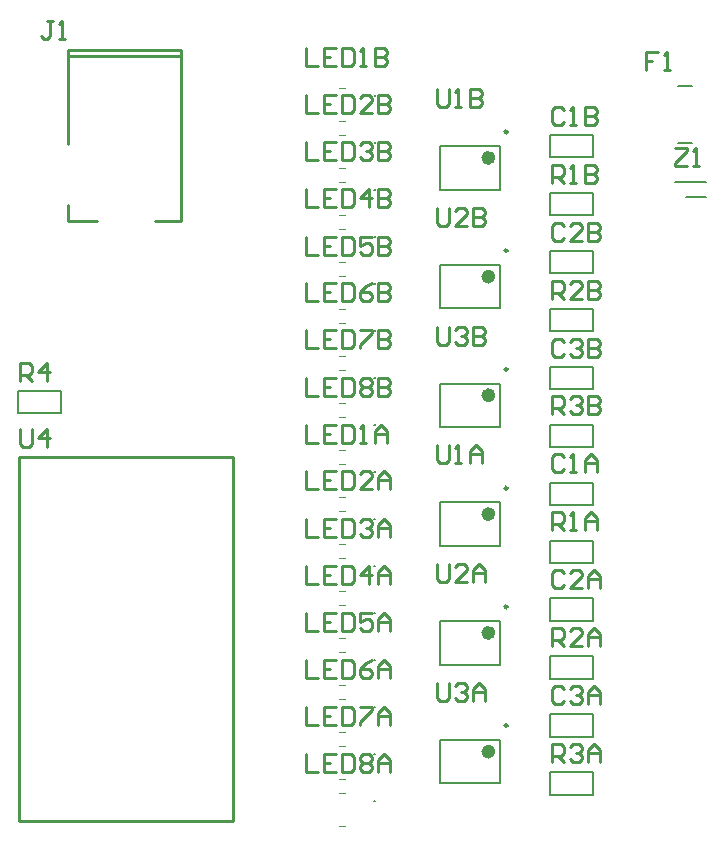
<source format=gto>
G04*
G04 #@! TF.GenerationSoftware,Altium Limited,Altium Designer,24.2.2 (26)*
G04*
G04 Layer_Color=65535*
%FSLAX25Y25*%
%MOIN*%
G70*
G04*
G04 #@! TF.SameCoordinates,5F3C5C40-F4FD-4A7E-B3CF-B0B929BE72FD*
G04*
G04*
G04 #@! TF.FilePolarity,Positive*
G04*
G01*
G75*
%ADD10C,0.02362*%
%ADD11C,0.00984*%
%ADD12C,0.00787*%
%ADD13C,0.01000*%
%ADD14C,0.00394*%
D10*
X232422Y38539D02*
G03*
X232422Y38539I-1181J0D01*
G01*
Y196865D02*
G03*
X232422Y196865I-1181J0D01*
G01*
Y236446D02*
G03*
X232422Y236446I-1181J0D01*
G01*
Y157283D02*
G03*
X232422Y157283I-1181J0D01*
G01*
Y78120D02*
G03*
X232422Y78120I-1181J0D01*
G01*
Y117702D02*
G03*
X232422Y117702I-1181J0D01*
G01*
D11*
X237639Y47200D02*
G03*
X237639Y47200I-492J0D01*
G01*
Y205526D02*
G03*
X237639Y205526I-492J0D01*
G01*
Y245108D02*
G03*
X237639Y245108I-492J0D01*
G01*
Y165945D02*
G03*
X237639Y165945I-492J0D01*
G01*
Y86782D02*
G03*
X237639Y86782I-492J0D01*
G01*
Y126363D02*
G03*
X237639Y126363I-492J0D01*
G01*
D12*
X193128Y162998D02*
G03*
X193521Y162998I197J0D01*
G01*
D02*
G03*
X193128Y162998I-197J0D01*
G01*
D02*
G03*
X193521Y162998I197J0D01*
G01*
X193128Y210027D02*
G03*
X193521Y210027I197J0D01*
G01*
D02*
G03*
X193128Y210027I-197J0D01*
G01*
D02*
G03*
X193521Y210027I197J0D01*
G01*
X193128Y84617D02*
G03*
X193521Y84617I197J0D01*
G01*
D02*
G03*
X193128Y84617I-197J0D01*
G01*
D02*
G03*
X193521Y84617I197J0D01*
G01*
X193128Y100293D02*
G03*
X193521Y100293I197J0D01*
G01*
D02*
G03*
X193128Y100293I-197J0D01*
G01*
D02*
G03*
X193521Y100293I197J0D01*
G01*
X193128Y115969D02*
G03*
X193521Y115969I197J0D01*
G01*
D02*
G03*
X193128Y115969I-197J0D01*
G01*
D02*
G03*
X193521Y115969I197J0D01*
G01*
X193128Y131646D02*
G03*
X193521Y131646I197J0D01*
G01*
D02*
G03*
X193128Y131646I-197J0D01*
G01*
D02*
G03*
X193521Y131646I197J0D01*
G01*
X193128Y194351D02*
G03*
X193521Y194351I197J0D01*
G01*
D02*
G03*
X193128Y194351I-197J0D01*
G01*
D02*
G03*
X193521Y194351I197J0D01*
G01*
X193128Y257056D02*
G03*
X193521Y257056I197J0D01*
G01*
D02*
G03*
X193128Y257056I-197J0D01*
G01*
D02*
G03*
X193521Y257056I197J0D01*
G01*
X193128Y225703D02*
G03*
X193521Y225703I197J0D01*
G01*
D02*
G03*
X193128Y225703I-197J0D01*
G01*
D02*
G03*
X193521Y225703I197J0D01*
G01*
X193128Y147322D02*
G03*
X193521Y147322I197J0D01*
G01*
D02*
G03*
X193128Y147322I-197J0D01*
G01*
D02*
G03*
X193521Y147322I197J0D01*
G01*
X193128Y178674D02*
G03*
X193521Y178674I197J0D01*
G01*
D02*
G03*
X193128Y178674I-197J0D01*
G01*
D02*
G03*
X193521Y178674I197J0D01*
G01*
X193128Y241379D02*
G03*
X193521Y241379I197J0D01*
G01*
D02*
G03*
X193128Y241379I-197J0D01*
G01*
D02*
G03*
X193521Y241379I197J0D01*
G01*
X193128Y21912D02*
G03*
X193521Y21912I197J0D01*
G01*
D02*
G03*
X193128Y21912I-197J0D01*
G01*
D02*
G03*
X193521Y21912I197J0D01*
G01*
X193128Y37588D02*
G03*
X193521Y37588I197J0D01*
G01*
D02*
G03*
X193128Y37588I-197J0D01*
G01*
D02*
G03*
X193521Y37588I197J0D01*
G01*
X193128Y53264D02*
G03*
X193521Y53264I197J0D01*
G01*
D02*
G03*
X193128Y53264I-197J0D01*
G01*
D02*
G03*
X193521Y53264I197J0D01*
G01*
X193128Y68941D02*
G03*
X193521Y68941I197J0D01*
G01*
D02*
G03*
X193128Y68941I-197J0D01*
G01*
D02*
G03*
X193521Y68941I197J0D01*
G01*
X215099Y27909D02*
Y42476D01*
X235178Y27909D02*
Y42476D01*
X215099Y27909D02*
X235178D01*
X215099Y42476D02*
X235178D01*
X215099Y200802D02*
X235178D01*
X215099Y186235D02*
X235178D01*
Y200802D01*
X215099Y186235D02*
Y200802D01*
Y225817D02*
Y240383D01*
X235178Y225817D02*
Y240383D01*
X215099Y225817D02*
X235178D01*
X215099Y240383D02*
X235178D01*
X215099Y146653D02*
Y161220D01*
X235178Y146653D02*
Y161220D01*
X215099Y146653D02*
X235178D01*
X215099Y161220D02*
X235178D01*
X294538Y260349D02*
X299262D01*
X294538Y241451D02*
X299262D01*
X251913Y178633D02*
Y186113D01*
Y178633D02*
X266087D01*
X251913Y186113D02*
X266087D01*
Y178633D02*
Y186113D01*
X251913Y140014D02*
Y147495D01*
Y140014D02*
X266087D01*
X251913Y147495D02*
X266087D01*
Y140014D02*
Y147495D01*
X251913Y159324D02*
X266087D01*
X251913D02*
Y166804D01*
X266087Y159324D02*
Y166804D01*
X251913D02*
X266087D01*
X251913Y197942D02*
X266087D01*
X251913D02*
Y205422D01*
X266087Y197942D02*
Y205422D01*
X251913D02*
X266087D01*
X251913Y82087D02*
X266087D01*
X251913D02*
Y89568D01*
X266087Y82087D02*
Y89568D01*
X251913D02*
X266087D01*
X251913Y236560D02*
X266087D01*
X251913D02*
Y244040D01*
X266087Y236560D02*
Y244040D01*
X251913D02*
X266087D01*
X251913Y217251D02*
Y224731D01*
Y217251D02*
X266087D01*
X251913Y224731D02*
X266087D01*
Y217251D02*
Y224731D01*
X251913Y62778D02*
Y70258D01*
Y62778D02*
X266087D01*
X251913Y70258D02*
X266087D01*
Y62778D02*
Y70258D01*
X251913Y101396D02*
Y108876D01*
Y101396D02*
X266087D01*
X251913Y108876D02*
X266087D01*
Y101396D02*
Y108876D01*
X251913Y24160D02*
Y31640D01*
Y24160D02*
X266087D01*
X251913Y31640D02*
X266087D01*
Y24160D02*
Y31640D01*
X251913Y43469D02*
X266087D01*
X251913D02*
Y50949D01*
X266087Y43469D02*
Y50949D01*
X251913D02*
X266087D01*
X251913Y120705D02*
X266087D01*
X251913D02*
Y128185D01*
X266087Y120705D02*
Y128185D01*
X251913D02*
X266087D01*
X215099Y82057D02*
X235178D01*
X215099Y67490D02*
X235178D01*
Y82057D01*
X215099Y67490D02*
Y82057D01*
Y121639D02*
X235178D01*
X215099Y107072D02*
X235178D01*
Y121639D01*
X215099Y107072D02*
Y121639D01*
X74585Y151360D02*
Y158840D01*
Y151360D02*
X88758D01*
X74585Y158840D02*
X88758D01*
Y151360D02*
Y158840D01*
X293607Y228461D02*
X303646D01*
X296954Y223539D02*
X303646D01*
D13*
X74691Y136709D02*
X146148D01*
Y15350D02*
Y136709D01*
X74691Y15350D02*
X146148D01*
X74691D02*
Y136709D01*
X91109Y270513D02*
X128904D01*
Y215347D02*
Y272434D01*
X91109D02*
X128904D01*
X91109Y215347D02*
Y220564D01*
Y241135D02*
Y272434D01*
Y215347D02*
X100656D01*
X120144D02*
X128904D01*
X170300Y225898D02*
Y219900D01*
X174299D01*
X180297Y225898D02*
X176298D01*
Y219900D01*
X180297D01*
X176298Y222899D02*
X178297D01*
X182296Y225898D02*
Y219900D01*
X185295D01*
X186295Y220900D01*
Y224898D01*
X185295Y225898D01*
X182296D01*
X191293Y219900D02*
Y225898D01*
X188294Y222899D01*
X192293D01*
X194292Y225898D02*
Y219900D01*
X197291D01*
X198291Y220900D01*
Y221899D01*
X197291Y222899D01*
X194292D01*
X197291D01*
X198291Y223899D01*
Y224898D01*
X197291Y225898D01*
X194292D01*
X75200Y162200D02*
Y168198D01*
X78199D01*
X79199Y167198D01*
Y165199D01*
X78199Y164199D01*
X75200D01*
X77199D02*
X79199Y162200D01*
X84197D02*
Y168198D01*
X81198Y165199D01*
X85197D01*
X293400Y239598D02*
X297399D01*
Y238598D01*
X293400Y234600D01*
Y233600D01*
X297399D01*
X299398D02*
X301397D01*
X300398D01*
Y239598D01*
X299398Y238598D01*
X75200Y146198D02*
Y141200D01*
X76200Y140200D01*
X78199D01*
X79199Y141200D01*
Y146198D01*
X84197Y140200D02*
Y146198D01*
X81198Y143199D01*
X85197D01*
X214000Y180143D02*
Y175144D01*
X215000Y174145D01*
X216999D01*
X217999Y175144D01*
Y180143D01*
X219998Y179143D02*
X220998Y180143D01*
X222997D01*
X223997Y179143D01*
Y178143D01*
X222997Y177144D01*
X221997D01*
X222997D01*
X223997Y176144D01*
Y175144D01*
X222997Y174145D01*
X220998D01*
X219998Y175144D01*
X225996Y180143D02*
Y174145D01*
X228995D01*
X229995Y175144D01*
Y176144D01*
X228995Y177144D01*
X225996D01*
X228995D01*
X229995Y178143D01*
Y179143D01*
X228995Y180143D01*
X225996D01*
X214000Y61398D02*
Y56400D01*
X215000Y55400D01*
X216999D01*
X217999Y56400D01*
Y61398D01*
X219998Y60398D02*
X220998Y61398D01*
X222997D01*
X223997Y60398D01*
Y59399D01*
X222997Y58399D01*
X221997D01*
X222997D01*
X223997Y57399D01*
Y56400D01*
X222997Y55400D01*
X220998D01*
X219998Y56400D01*
X225996Y55400D02*
Y59399D01*
X227995Y61398D01*
X229995Y59399D01*
Y55400D01*
Y58399D01*
X225996D01*
X214000Y219758D02*
Y214760D01*
X215000Y213760D01*
X216999D01*
X217999Y214760D01*
Y219758D01*
X223997Y213760D02*
X219998D01*
X223997Y217759D01*
Y218758D01*
X222997Y219758D01*
X220998D01*
X219998Y218758D01*
X225996Y219758D02*
Y213760D01*
X228995D01*
X229995Y214760D01*
Y215759D01*
X228995Y216759D01*
X225996D01*
X228995D01*
X229995Y217759D01*
Y218758D01*
X228995Y219758D01*
X225996D01*
X214000Y101038D02*
Y96040D01*
X215000Y95040D01*
X216999D01*
X217999Y96040D01*
Y101038D01*
X223997Y95040D02*
X219998D01*
X223997Y99039D01*
Y100038D01*
X222997Y101038D01*
X220998D01*
X219998Y100038D01*
X225996Y95040D02*
Y99039D01*
X227995Y101038D01*
X229995Y99039D01*
Y95040D01*
Y98039D01*
X225996D01*
X214000Y259298D02*
Y254300D01*
X215000Y253300D01*
X216999D01*
X217999Y254300D01*
Y259298D01*
X219998Y253300D02*
X221997D01*
X220998D01*
Y259298D01*
X219998Y258298D01*
X224996Y259298D02*
Y253300D01*
X227995D01*
X228995Y254300D01*
Y255299D01*
X227995Y256299D01*
X224996D01*
X227995D01*
X228995Y257299D01*
Y258298D01*
X227995Y259298D01*
X224996D01*
X214000Y140578D02*
Y135580D01*
X215000Y134580D01*
X216999D01*
X217999Y135580D01*
Y140578D01*
X219998Y134580D02*
X221997D01*
X220998D01*
Y140578D01*
X219998Y139578D01*
X224996Y134580D02*
Y138579D01*
X226996Y140578D01*
X228995Y138579D01*
Y134580D01*
Y137579D01*
X224996D01*
X252500Y189500D02*
Y195498D01*
X255499D01*
X256499Y194498D01*
Y192499D01*
X255499Y191499D01*
X252500D01*
X254499D02*
X256499Y189500D01*
X262497D02*
X258498D01*
X262497Y193499D01*
Y194498D01*
X261497Y195498D01*
X259498D01*
X258498Y194498D01*
X264496Y195498D02*
Y189500D01*
X267495D01*
X268495Y190500D01*
Y191499D01*
X267495Y192499D01*
X264496D01*
X267495D01*
X268495Y193499D01*
Y194498D01*
X267495Y195498D01*
X264496D01*
X252500Y73700D02*
Y79698D01*
X255499D01*
X256499Y78698D01*
Y76699D01*
X255499Y75699D01*
X252500D01*
X254499D02*
X256499Y73700D01*
X262497D02*
X258498D01*
X262497Y77699D01*
Y78698D01*
X261497Y79698D01*
X259498D01*
X258498Y78698D01*
X264496Y73700D02*
Y77699D01*
X266495Y79698D01*
X268495Y77699D01*
Y73700D01*
Y76699D01*
X264496D01*
X252500Y150900D02*
Y156898D01*
X255499D01*
X256499Y155898D01*
Y153899D01*
X255499Y152899D01*
X252500D01*
X254499D02*
X256499Y150900D01*
X258498Y155898D02*
X259498Y156898D01*
X261497D01*
X262497Y155898D01*
Y154899D01*
X261497Y153899D01*
X260497D01*
X261497D01*
X262497Y152899D01*
Y151900D01*
X261497Y150900D01*
X259498D01*
X258498Y151900D01*
X264496Y156898D02*
Y150900D01*
X267495D01*
X268495Y151900D01*
Y152899D01*
X267495Y153899D01*
X264496D01*
X267495D01*
X268495Y154899D01*
Y155898D01*
X267495Y156898D01*
X264496D01*
X252500Y35000D02*
Y40998D01*
X255499D01*
X256499Y39998D01*
Y37999D01*
X255499Y36999D01*
X252500D01*
X254499D02*
X256499Y35000D01*
X258498Y39998D02*
X259498Y40998D01*
X261497D01*
X262497Y39998D01*
Y38999D01*
X261497Y37999D01*
X260497D01*
X261497D01*
X262497Y36999D01*
Y36000D01*
X261497Y35000D01*
X259498D01*
X258498Y36000D01*
X264496Y35000D02*
Y38999D01*
X266495Y40998D01*
X268495Y38999D01*
Y35000D01*
Y37999D01*
X264496D01*
X252500Y228100D02*
Y234098D01*
X255499D01*
X256499Y233098D01*
Y231099D01*
X255499Y230099D01*
X252500D01*
X254499D02*
X256499Y228100D01*
X258498D02*
X260497D01*
X259498D01*
Y234098D01*
X258498Y233098D01*
X263496Y234098D02*
Y228100D01*
X266495D01*
X267495Y229100D01*
Y230099D01*
X266495Y231099D01*
X263496D01*
X266495D01*
X267495Y232099D01*
Y233098D01*
X266495Y234098D01*
X263496D01*
X252500Y112300D02*
Y118298D01*
X255499D01*
X256499Y117298D01*
Y115299D01*
X255499Y114299D01*
X252500D01*
X254499D02*
X256499Y112300D01*
X258498D02*
X260497D01*
X259498D01*
Y118298D01*
X258498Y117298D01*
X263496Y112300D02*
Y116299D01*
X265496Y118298D01*
X267495Y116299D01*
Y112300D01*
Y115299D01*
X263496D01*
X170300Y210198D02*
Y204200D01*
X174299D01*
X180297Y210198D02*
X176298D01*
Y204200D01*
X180297D01*
X176298Y207199D02*
X178297D01*
X182296Y210198D02*
Y204200D01*
X185295D01*
X186295Y205200D01*
Y209198D01*
X185295Y210198D01*
X182296D01*
X192293D02*
X188294D01*
Y207199D01*
X190294Y208199D01*
X191293D01*
X192293Y207199D01*
Y205200D01*
X191293Y204200D01*
X189294D01*
X188294Y205200D01*
X194292Y210198D02*
Y204200D01*
X197291D01*
X198291Y205200D01*
Y206199D01*
X197291Y207199D01*
X194292D01*
X197291D01*
X198291Y208199D01*
Y209198D01*
X197291Y210198D01*
X194292D01*
X170300Y84798D02*
Y78800D01*
X174299D01*
X180297Y84798D02*
X176298D01*
Y78800D01*
X180297D01*
X176298Y81799D02*
X178297D01*
X182296Y84798D02*
Y78800D01*
X185295D01*
X186295Y79800D01*
Y83798D01*
X185295Y84798D01*
X182296D01*
X192293D02*
X188294D01*
Y81799D01*
X190294Y82799D01*
X191293D01*
X192293Y81799D01*
Y79800D01*
X191293Y78800D01*
X189294D01*
X188294Y79800D01*
X194292Y78800D02*
Y82799D01*
X196292Y84798D01*
X198291Y82799D01*
Y78800D01*
Y81799D01*
X194292D01*
X170300Y100498D02*
Y94500D01*
X174299D01*
X180297Y100498D02*
X176298D01*
Y94500D01*
X180297D01*
X176298Y97499D02*
X178297D01*
X182296Y100498D02*
Y94500D01*
X185295D01*
X186295Y95500D01*
Y99498D01*
X185295Y100498D01*
X182296D01*
X191293Y94500D02*
Y100498D01*
X188294Y97499D01*
X192293D01*
X194292Y94500D02*
Y98499D01*
X196292Y100498D01*
X198291Y98499D01*
Y94500D01*
Y97499D01*
X194292D01*
X170300Y241598D02*
Y235600D01*
X174299D01*
X180297Y241598D02*
X176298D01*
Y235600D01*
X180297D01*
X176298Y238599D02*
X178297D01*
X182296Y241598D02*
Y235600D01*
X185295D01*
X186295Y236600D01*
Y240598D01*
X185295Y241598D01*
X182296D01*
X188294Y240598D02*
X189294Y241598D01*
X191293D01*
X192293Y240598D01*
Y239599D01*
X191293Y238599D01*
X190294D01*
X191293D01*
X192293Y237599D01*
Y236600D01*
X191293Y235600D01*
X189294D01*
X188294Y236600D01*
X194292Y241598D02*
Y235600D01*
X197291D01*
X198291Y236600D01*
Y237599D01*
X197291Y238599D01*
X194292D01*
X197291D01*
X198291Y239599D01*
Y240598D01*
X197291Y241598D01*
X194292D01*
X170300Y116198D02*
Y110200D01*
X174299D01*
X180297Y116198D02*
X176298D01*
Y110200D01*
X180297D01*
X176298Y113199D02*
X178297D01*
X182296Y116198D02*
Y110200D01*
X185295D01*
X186295Y111200D01*
Y115198D01*
X185295Y116198D01*
X182296D01*
X188294Y115198D02*
X189294Y116198D01*
X191293D01*
X192293Y115198D01*
Y114199D01*
X191293Y113199D01*
X190294D01*
X191293D01*
X192293Y112199D01*
Y111200D01*
X191293Y110200D01*
X189294D01*
X188294Y111200D01*
X194292Y110200D02*
Y114199D01*
X196292Y116198D01*
X198291Y114199D01*
Y110200D01*
Y113199D01*
X194292D01*
X170300Y163198D02*
Y157200D01*
X174299D01*
X180297Y163198D02*
X176298D01*
Y157200D01*
X180297D01*
X176298Y160199D02*
X178297D01*
X182296Y163198D02*
Y157200D01*
X185295D01*
X186295Y158200D01*
Y162198D01*
X185295Y163198D01*
X182296D01*
X188294Y162198D02*
X189294Y163198D01*
X191293D01*
X192293Y162198D01*
Y161199D01*
X191293Y160199D01*
X192293Y159199D01*
Y158200D01*
X191293Y157200D01*
X189294D01*
X188294Y158200D01*
Y159199D01*
X189294Y160199D01*
X188294Y161199D01*
Y162198D01*
X189294Y160199D02*
X191293D01*
X194292Y163198D02*
Y157200D01*
X197291D01*
X198291Y158200D01*
Y159199D01*
X197291Y160199D01*
X194292D01*
X197291D01*
X198291Y161199D01*
Y162198D01*
X197291Y163198D01*
X194292D01*
X170300Y37798D02*
Y31800D01*
X174299D01*
X180297Y37798D02*
X176298D01*
Y31800D01*
X180297D01*
X176298Y34799D02*
X178297D01*
X182296Y37798D02*
Y31800D01*
X185295D01*
X186295Y32800D01*
Y36798D01*
X185295Y37798D01*
X182296D01*
X188294Y36798D02*
X189294Y37798D01*
X191293D01*
X192293Y36798D01*
Y35799D01*
X191293Y34799D01*
X192293Y33799D01*
Y32800D01*
X191293Y31800D01*
X189294D01*
X188294Y32800D01*
Y33799D01*
X189294Y34799D01*
X188294Y35799D01*
Y36798D01*
X189294Y34799D02*
X191293D01*
X194292Y31800D02*
Y35799D01*
X196292Y37798D01*
X198291Y35799D01*
Y31800D01*
Y34799D01*
X194292D01*
X170300Y257298D02*
Y251300D01*
X174299D01*
X180297Y257298D02*
X176298D01*
Y251300D01*
X180297D01*
X176298Y254299D02*
X178297D01*
X182296Y257298D02*
Y251300D01*
X185295D01*
X186295Y252300D01*
Y256298D01*
X185295Y257298D01*
X182296D01*
X192293Y251300D02*
X188294D01*
X192293Y255299D01*
Y256298D01*
X191293Y257298D01*
X189294D01*
X188294Y256298D01*
X194292Y257298D02*
Y251300D01*
X197291D01*
X198291Y252300D01*
Y253299D01*
X197291Y254299D01*
X194292D01*
X197291D01*
X198291Y255299D01*
Y256298D01*
X197291Y257298D01*
X194292D01*
X170300Y131898D02*
Y125900D01*
X174299D01*
X180297Y131898D02*
X176298D01*
Y125900D01*
X180297D01*
X176298Y128899D02*
X178297D01*
X182296Y131898D02*
Y125900D01*
X185295D01*
X186295Y126900D01*
Y130898D01*
X185295Y131898D01*
X182296D01*
X192293Y125900D02*
X188294D01*
X192293Y129899D01*
Y130898D01*
X191293Y131898D01*
X189294D01*
X188294Y130898D01*
X194292Y125900D02*
Y129899D01*
X196292Y131898D01*
X198291Y129899D01*
Y125900D01*
Y128899D01*
X194292D01*
X170300Y178898D02*
Y172900D01*
X174299D01*
X180297Y178898D02*
X176298D01*
Y172900D01*
X180297D01*
X176298Y175899D02*
X178297D01*
X182296Y178898D02*
Y172900D01*
X185295D01*
X186295Y173900D01*
Y177898D01*
X185295Y178898D01*
X182296D01*
X188294D02*
X192293D01*
Y177898D01*
X188294Y173900D01*
Y172900D01*
X194292Y178898D02*
Y172900D01*
X197291D01*
X198291Y173900D01*
Y174899D01*
X197291Y175899D01*
X194292D01*
X197291D01*
X198291Y176899D01*
Y177898D01*
X197291Y178898D01*
X194292D01*
X170300Y53498D02*
Y47500D01*
X174299D01*
X180297Y53498D02*
X176298D01*
Y47500D01*
X180297D01*
X176298Y50499D02*
X178297D01*
X182296Y53498D02*
Y47500D01*
X185295D01*
X186295Y48500D01*
Y52498D01*
X185295Y53498D01*
X182296D01*
X188294D02*
X192293D01*
Y52498D01*
X188294Y48500D01*
Y47500D01*
X194292D02*
Y51499D01*
X196292Y53498D01*
X198291Y51499D01*
Y47500D01*
Y50499D01*
X194292D01*
X170300Y272898D02*
Y266900D01*
X174299D01*
X180297Y272898D02*
X176298D01*
Y266900D01*
X180297D01*
X176298Y269899D02*
X178297D01*
X182296Y272898D02*
Y266900D01*
X185295D01*
X186295Y267900D01*
Y271898D01*
X185295Y272898D01*
X182296D01*
X188294Y266900D02*
X190294D01*
X189294D01*
Y272898D01*
X188294Y271898D01*
X193293Y272898D02*
Y266900D01*
X196292D01*
X197291Y267900D01*
Y268899D01*
X196292Y269899D01*
X193293D01*
X196292D01*
X197291Y270899D01*
Y271898D01*
X196292Y272898D01*
X193293D01*
X170300Y147498D02*
Y141500D01*
X174299D01*
X180297Y147498D02*
X176298D01*
Y141500D01*
X180297D01*
X176298Y144499D02*
X178297D01*
X182296Y147498D02*
Y141500D01*
X185295D01*
X186295Y142500D01*
Y146498D01*
X185295Y147498D01*
X182296D01*
X188294Y141500D02*
X190294D01*
X189294D01*
Y147498D01*
X188294Y146498D01*
X193293Y141500D02*
Y145499D01*
X195292Y147498D01*
X197291Y145499D01*
Y141500D01*
Y144499D01*
X193293D01*
X170300Y194598D02*
Y188600D01*
X174299D01*
X180297Y194598D02*
X176298D01*
Y188600D01*
X180297D01*
X176298Y191599D02*
X178297D01*
X182296Y194598D02*
Y188600D01*
X185295D01*
X186295Y189600D01*
Y193598D01*
X185295Y194598D01*
X182296D01*
X192293D02*
X190294Y193598D01*
X188294Y191599D01*
Y189600D01*
X189294Y188600D01*
X191293D01*
X192293Y189600D01*
Y190599D01*
X191293Y191599D01*
X188294D01*
X194292Y194598D02*
Y188600D01*
X197291D01*
X198291Y189600D01*
Y190599D01*
X197291Y191599D01*
X194292D01*
X197291D01*
X198291Y192599D01*
Y193598D01*
X197291Y194598D01*
X194292D01*
X170300Y69198D02*
Y63200D01*
X174299D01*
X180297Y69198D02*
X176298D01*
Y63200D01*
X180297D01*
X176298Y66199D02*
X178297D01*
X182296Y69198D02*
Y63200D01*
X185295D01*
X186295Y64200D01*
Y68198D01*
X185295Y69198D01*
X182296D01*
X192293D02*
X190294Y68198D01*
X188294Y66199D01*
Y64200D01*
X189294Y63200D01*
X191293D01*
X192293Y64200D01*
Y65199D01*
X191293Y66199D01*
X188294D01*
X194292Y63200D02*
Y67199D01*
X196292Y69198D01*
X198291Y67199D01*
Y63200D01*
Y66199D01*
X194292D01*
X85999Y281898D02*
X83999D01*
X84999D01*
Y276900D01*
X83999Y275900D01*
X83000D01*
X82000Y276900D01*
X87998Y275900D02*
X89997D01*
X88998D01*
Y281898D01*
X87998Y280898D01*
X287699Y271798D02*
X283700D01*
Y268799D01*
X285699D01*
X283700D01*
Y265800D01*
X289698D02*
X291697D01*
X290698D01*
Y271798D01*
X289698Y270798D01*
X256499Y175198D02*
X255499Y176198D01*
X253500D01*
X252500Y175198D01*
Y171200D01*
X253500Y170200D01*
X255499D01*
X256499Y171200D01*
X258498Y175198D02*
X259498Y176198D01*
X261497D01*
X262497Y175198D01*
Y174199D01*
X261497Y173199D01*
X260497D01*
X261497D01*
X262497Y172199D01*
Y171200D01*
X261497Y170200D01*
X259498D01*
X258498Y171200D01*
X264496Y176198D02*
Y170200D01*
X267495D01*
X268495Y171200D01*
Y172199D01*
X267495Y173199D01*
X264496D01*
X267495D01*
X268495Y174199D01*
Y175198D01*
X267495Y176198D01*
X264496D01*
X256499Y59298D02*
X255499Y60298D01*
X253500D01*
X252500Y59298D01*
Y55300D01*
X253500Y54300D01*
X255499D01*
X256499Y55300D01*
X258498Y59298D02*
X259498Y60298D01*
X261497D01*
X262497Y59298D01*
Y58299D01*
X261497Y57299D01*
X260497D01*
X261497D01*
X262497Y56299D01*
Y55300D01*
X261497Y54300D01*
X259498D01*
X258498Y55300D01*
X264496Y54300D02*
Y58299D01*
X266495Y60298D01*
X268495Y58299D01*
Y54300D01*
Y57299D01*
X264496D01*
X256499Y213798D02*
X255499Y214798D01*
X253500D01*
X252500Y213798D01*
Y209800D01*
X253500Y208800D01*
X255499D01*
X256499Y209800D01*
X262497Y208800D02*
X258498D01*
X262497Y212799D01*
Y213798D01*
X261497Y214798D01*
X259498D01*
X258498Y213798D01*
X264496Y214798D02*
Y208800D01*
X267495D01*
X268495Y209800D01*
Y210799D01*
X267495Y211799D01*
X264496D01*
X267495D01*
X268495Y212799D01*
Y213798D01*
X267495Y214798D01*
X264496D01*
X256499Y97998D02*
X255499Y98998D01*
X253500D01*
X252500Y97998D01*
Y94000D01*
X253500Y93000D01*
X255499D01*
X256499Y94000D01*
X262497Y93000D02*
X258498D01*
X262497Y96999D01*
Y97998D01*
X261497Y98998D01*
X259498D01*
X258498Y97998D01*
X264496Y93000D02*
Y96999D01*
X266495Y98998D01*
X268495Y96999D01*
Y93000D01*
Y95999D01*
X264496D01*
X256499Y252398D02*
X255499Y253398D01*
X253500D01*
X252500Y252398D01*
Y248400D01*
X253500Y247400D01*
X255499D01*
X256499Y248400D01*
X258498Y247400D02*
X260497D01*
X259498D01*
Y253398D01*
X258498Y252398D01*
X263496Y253398D02*
Y247400D01*
X266495D01*
X267495Y248400D01*
Y249399D01*
X266495Y250399D01*
X263496D01*
X266495D01*
X267495Y251399D01*
Y252398D01*
X266495Y253398D01*
X263496D01*
X256499Y136598D02*
X255499Y137598D01*
X253500D01*
X252500Y136598D01*
Y132600D01*
X253500Y131600D01*
X255499D01*
X256499Y132600D01*
X258498Y131600D02*
X260497D01*
X259498D01*
Y137598D01*
X258498Y136598D01*
X263496Y131600D02*
Y135599D01*
X265496Y137598D01*
X267495Y135599D01*
Y131600D01*
Y134599D01*
X263496D01*
D14*
X181513Y154730D02*
X183482D01*
X181513D02*
X183482D01*
X181513Y165754D02*
X183482D01*
X181513D02*
X183482D01*
X181513Y201759D02*
X183482D01*
X181513D02*
X183482D01*
X181513Y212783D02*
X183482D01*
X181513D02*
X183482D01*
X181513Y87373D02*
X183482D01*
X181513D02*
X183482D01*
X181513Y76349D02*
X183482D01*
X181513D02*
X183482D01*
X181513Y103049D02*
X183482D01*
X181513D02*
X183482D01*
X181513Y92025D02*
X183482D01*
X181513D02*
X183482D01*
X181513Y118725D02*
X183482D01*
X181513D02*
X183482D01*
X181513Y107702D02*
X183482D01*
X181513D02*
X183482D01*
X181513Y134402D02*
X183482D01*
X181513D02*
X183482D01*
X181513Y123378D02*
X183482Y123378D01*
X181513Y123378D02*
X183482Y123378D01*
X181513Y197106D02*
X183482D01*
X181513D02*
X183482D01*
X181513Y186083D02*
X183482D01*
X181513D02*
X183482D01*
X181513Y259812D02*
X183482D01*
X181513D02*
X183482D01*
X181513Y248788D02*
X183482D01*
X181513D02*
X183482D01*
X181513Y228459D02*
X183482D01*
X181513D02*
X183482D01*
X181513Y217436D02*
X183482D01*
X181513D02*
X183482D01*
X181513Y150078D02*
X183482D01*
X181513D02*
X183482D01*
X181513Y139054D02*
X183482D01*
X181513D02*
X183482D01*
X181513Y181430D02*
X183482Y181430D01*
X181513Y181430D02*
X183482Y181430D01*
X181513Y170406D02*
X183482D01*
X181513D02*
X183482D01*
X181513Y244135D02*
X183482D01*
X181513D02*
X183482D01*
X181513Y233112D02*
X183482D01*
X181513D02*
X183482D01*
X181513Y24668D02*
X183482D01*
X181513D02*
X183482D01*
X181513Y13644D02*
X183482D01*
X181513D02*
X183482D01*
X181513Y40344D02*
X183482D01*
X181513D02*
X183482D01*
X181513Y29320D02*
X183482D01*
X181513D02*
X183482D01*
X181513Y56020D02*
X183482D01*
X181513D02*
X183482D01*
X181513Y44997D02*
X183482D01*
X181513D02*
X183482D01*
X181513Y71697D02*
X183482D01*
X181513D02*
X183482D01*
X181513Y60673D02*
X183482D01*
X181513D02*
X183482D01*
M02*

</source>
